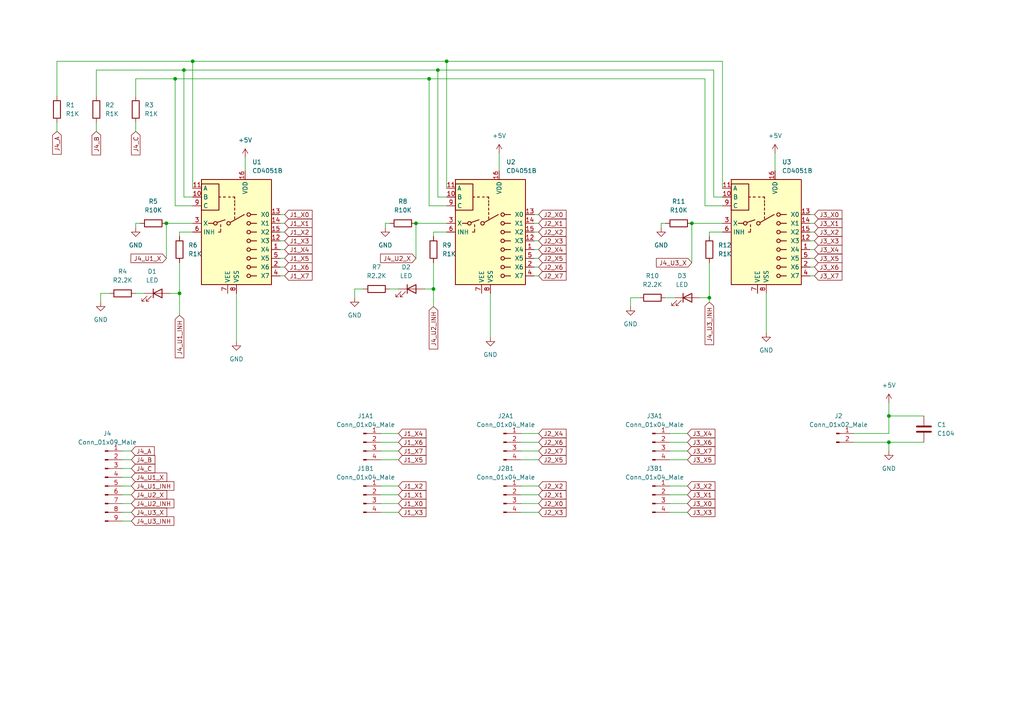
<source format=kicad_sch>
(kicad_sch (version 20211123) (generator eeschema)
  (paper "A4")
  (lib_symbols
    (symbol "Analog_Switch:CD4051B"
      (property "Reference" "U" (at -10.16 16.51 0))
      (property "Value" "CD4051B" (at 3.81 16.51 0))
      (symbol "CD4051B_0_1"
        (rectangle (start -10.16 6.35) (end -5.08 13.97) (stroke (width 0.254)))
        (rectangle (start -10.16 15.24) (end 10.16 -15.24) (stroke (width 0.254)) (fill (type background)))
        (circle (center -6.096 2.54) (radius 0.508) (stroke (width 0.254)))
        (circle (center -2.286 2.54) (radius 0.508) (stroke (width 0.254)))
        (polyline (pts (xy -8.128 2.54) (xy -6.604 2.54)) (stroke (width 0.254)))
        (polyline (pts (xy -5.588 2.794) (xy -3.302 3.556)) (stroke (width 0.254)))
        (polyline (pts (xy -4.572 0) (xy -5.207 0)) (stroke (width 0.254)))
        (polyline (pts (xy -4.572 0.254) (xy -4.572 0.889)) (stroke (width 0.254)))
        (polyline (pts (xy -4.572 1.524) (xy -4.572 2.159)) (stroke (width 0.254)))
        (polyline (pts (xy -4.572 10.16) (xy -5.08 10.16)) (stroke (width 0.254)))
        (polyline (pts (xy -3.81 10.16) (xy -3.175 10.16)) (stroke (width 0.254)))
        (polyline (pts (xy -1.778 2.794) (xy 2.286 5.08)) (stroke (width 0.254)))
        (polyline (pts (xy -1.778 10.16) (xy -2.286 10.16)) (stroke (width 0.254)))
        (polyline (pts (xy -0.508 3.81) (xy -0.508 4.445)) (stroke (width 0.254)))
        (polyline (pts (xy -0.508 5.08) (xy -0.508 5.715)) (stroke (width 0.254)))
        (polyline (pts (xy -0.508 6.35) (xy -0.508 6.985)) (stroke (width 0.254)))
        (polyline (pts (xy -0.508 7.62) (xy -0.508 8.255)) (stroke (width 0.254)))
        (polyline (pts (xy -0.508 8.636) (xy -0.508 9.144)) (stroke (width 0.254)))
        (polyline (pts (xy -0.508 9.652) (xy -0.508 10.16)) (stroke (width 0.254)))
        (polyline (pts (xy -0.508 10.16) (xy -1.016 10.16)) (stroke (width 0.254)))
        (polyline (pts (xy 4.064 -12.7) (xy 5.842 -12.7)) (stroke (width 0.254)))
        (polyline (pts (xy 4.064 -10.16) (xy 5.842 -10.16)) (stroke (width 0.254)))
        (polyline (pts (xy 4.064 -7.62) (xy 5.842 -7.62)) (stroke (width 0.254)))
        (polyline (pts (xy 4.064 -5.08) (xy 5.842 -5.08)) (stroke (width 0.254)))
        (polyline (pts (xy 4.064 -2.54) (xy 5.842 -2.54)) (stroke (width 0.254)))
        (polyline (pts (xy 4.064 0) (xy 5.842 0)) (stroke (width 0.254)))
        (polyline (pts (xy 4.064 2.54) (xy 5.842 2.54)) (stroke (width 0.254)))
        (polyline (pts (xy 4.064 5.08) (xy 5.842 5.08)) (stroke (width 0.254)))
        (circle (center 3.556 -12.7) (radius 0.508) (stroke (width 0.254)))
        (circle (center 3.556 -10.16) (radius 0.508) (stroke (width 0.254)))
        (circle (center 3.556 -7.62) (radius 0.508) (stroke (width 0.254)))
        (circle (center 3.556 -5.08) (radius 0.508) (stroke (width 0.254)))
        (circle (center 3.556 -2.54) (radius 0.508) (stroke (width 0.254)))
        (circle (center 3.556 0) (radius 0.508) (stroke (width 0.254)))
        (circle (center 3.556 2.54) (radius 0.508) (stroke (width 0.254)))
        (circle (center 3.556 5.08) (radius 0.508) (stroke (width 0.254)))
      )
      (symbol "CD4051B_1_1"
        (pin bidirectional line (at 12.7 -5.08 180) (length 2.54) (name "X4") (number "1"))
        (pin input line (at -12.7 10.16 0) (length 2.54) (name "B") (number "10"))
        (pin input line (at -12.7 12.7 0) (length 2.54) (name "A") (number "11"))
        (pin bidirectional line (at 12.7 -2.54 180) (length 2.54) (name "X3") (number "12"))
        (pin bidirectional line (at 12.7 5.08 180) (length 2.54) (name "X0") (number "13"))
        (pin bidirectional line (at 12.7 2.54 180) (length 2.54) (name "X1") (number "14"))
        (pin bidirectional line (at 12.7 0 180) (length 2.54) (name "X2") (number "15"))
        (pin power_in line (at 2.54 17.78 270) (length 2.54) (name "VDD") (number "16"))
        (pin bidirectional line (at 12.7 -10.16 180) (length 2.54) (name "X6") (number "2"))
        (pin bidirectional line (at -12.7 2.54 0) (length 2.54) (name "X") (number "3"))
        (pin bidirectional line (at 12.7 -12.7 180) (length 2.54) (name "X7") (number "4"))
        (pin bidirectional line (at 12.7 -7.62 180) (length 2.54) (name "X5") (number "5"))
        (pin input line (at -12.7 0 0) (length 2.54) (name "INH") (number "6"))
        (pin power_in line (at -2.54 -17.78 90) (length 2.54) (name "VEE") (number "7"))
        (pin power_in line (at 0 -17.78 90) (length 2.54) (name "VSS") (number "8"))
        (pin input line (at -12.7 7.62 0) (length 2.54) (name "C") (number "9"))
      )
    )
    (symbol "Connector:Conn_01x02_Male" (pin_names (offset 1.016) hide)
      (property "Reference" "J" (at 0 2.54 0))
      (property "Value" "Conn_01x02_Male" (at 0 -5.08 0))
      (symbol "Conn_01x02_Male_1_1"
        (polyline (pts (xy 1.27 -2.54) (xy 0.8636 -2.54)) (stroke (width 0.1524)))
        (polyline (pts (xy 1.27 0) (xy 0.8636 0)) (stroke (width 0.1524)))
        (rectangle (start 0.8636 -2.413) (end 0 -2.667) (stroke (width 0.1524)) (fill (type outline)))
        (rectangle (start 0.8636 0.127) (end 0 -0.127) (stroke (width 0.1524)) (fill (type outline)))
        (pin passive line (at 5.08 0 180) (length 3.81) (name "Pin_1") (number "1"))
        (pin passive line (at 5.08 -2.54 180) (length 3.81) (name "Pin_2") (number "2"))
      )
    )
    (symbol "Connector:Conn_01x04_Male" (pin_names (offset 1.016) hide)
      (property "Reference" "J" (at 0 5.08 0))
      (property "Value" "Conn_01x04_Male" (at 0 -7.62 0))
      (symbol "Conn_01x04_Male_1_1"
        (polyline (pts (xy 1.27 -5.08) (xy 0.8636 -5.08)) (stroke (width 0.1524)))
        (polyline (pts (xy 1.27 -2.54) (xy 0.8636 -2.54)) (stroke (width 0.1524)))
        (polyline (pts (xy 1.27 0) (xy 0.8636 0)) (stroke (width 0.1524)))
        (polyline (pts (xy 1.27 2.54) (xy 0.8636 2.54)) (stroke (width 0.1524)))
        (rectangle (start 0.8636 -4.953) (end 0 -5.207) (stroke (width 0.1524)) (fill (type outline)))
        (rectangle (start 0.8636 -2.413) (end 0 -2.667) (stroke (width 0.1524)) (fill (type outline)))
        (rectangle (start 0.8636 0.127) (end 0 -0.127) (stroke (width 0.1524)) (fill (type outline)))
        (rectangle (start 0.8636 2.667) (end 0 2.413) (stroke (width 0.1524)) (fill (type outline)))
        (pin passive line (at 5.08 2.54 180) (length 3.81) (name "Pin_1") (number "1"))
        (pin passive line (at 5.08 0 180) (length 3.81) (name "Pin_2") (number "2"))
        (pin passive line (at 5.08 -2.54 180) (length 3.81) (name "Pin_3") (number "3"))
        (pin passive line (at 5.08 -5.08 180) (length 3.81) (name "Pin_4") (number "4"))
      )
    )
    (symbol "Connector:Conn_01x09_Male" (pin_names (offset 1.016) hide)
      (property "Reference" "J" (at 0 12.7 0))
      (property "Value" "Conn_01x09_Male" (at 0 -12.7 0))
      (symbol "Conn_01x09_Male_1_1"
        (polyline (pts (xy 1.27 -10.16) (xy 0.8636 -10.16)) (stroke (width 0.1524)))
        (polyline (pts (xy 1.27 -7.62) (xy 0.8636 -7.62)) (stroke (width 0.1524)))
        (polyline (pts (xy 1.27 -5.08) (xy 0.8636 -5.08)) (stroke (width 0.1524)))
        (polyline (pts (xy 1.27 -2.54) (xy 0.8636 -2.54)) (stroke (width 0.1524)))
        (polyline (pts (xy 1.27 0) (xy 0.8636 0)) (stroke (width 0.1524)))
        (polyline (pts (xy 1.27 2.54) (xy 0.8636 2.54)) (stroke (width 0.1524)))
        (polyline (pts (xy 1.27 5.08) (xy 0.8636 5.08)) (stroke (width 0.1524)))
        (polyline (pts (xy 1.27 7.62) (xy 0.8636 7.62)) (stroke (width 0.1524)))
        (polyline (pts (xy 1.27 10.16) (xy 0.8636 10.16)) (stroke (width 0.1524)))
        (rectangle (start 0.8636 -10.033) (end 0 -10.287) (stroke (width 0.1524)) (fill (type outline)))
        (rectangle (start 0.8636 -7.493) (end 0 -7.747) (stroke (width 0.1524)) (fill (type outline)))
        (rectangle (start 0.8636 -4.953) (end 0 -5.207) (stroke (width 0.1524)) (fill (type outline)))
        (rectangle (start 0.8636 -2.413) (end 0 -2.667) (stroke (width 0.1524)) (fill (type outline)))
        (rectangle (start 0.8636 0.127) (end 0 -0.127) (stroke (width 0.1524)) (fill (type outline)))
        (rectangle (start 0.8636 2.667) (end 0 2.413) (stroke (width 0.1524)) (fill (type outline)))
        (rectangle (start 0.8636 5.207) (end 0 4.953) (stroke (width 0.1524)) (fill (type outline)))
        (rectangle (start 0.8636 7.747) (end 0 7.493) (stroke (width 0.1524)) (fill (type outline)))
        (rectangle (start 0.8636 10.287) (end 0 10.033) (stroke (width 0.1524)) (fill (type outline)))
        (pin passive line (at 5.08 10.16 180) (length 3.81) (name "Pin_1") (number "1"))
        (pin passive line (at 5.08 7.62 180) (length 3.81) (name "Pin_2") (number "2"))
        (pin passive line (at 5.08 5.08 180) (length 3.81) (name "Pin_3") (number "3"))
        (pin passive line (at 5.08 2.54 180) (length 3.81) (name "Pin_4") (number "4"))
        (pin passive line (at 5.08 0 180) (length 3.81) (name "Pin_5") (number "5"))
        (pin passive line (at 5.08 -2.54 180) (length 3.81) (name "Pin_6") (number "6"))
        (pin passive line (at 5.08 -5.08 180) (length 3.81) (name "Pin_7") (number "7"))
        (pin passive line (at 5.08 -7.62 180) (length 3.81) (name "Pin_8") (number "8"))
        (pin passive line (at 5.08 -10.16 180) (length 3.81) (name "Pin_9") (number "9"))
      )
    )
    (symbol "Device:C" (pin_numbers hide) (pin_names (offset 0.254))
      (property "Reference" "C" (at 0.635 2.54 0))
      (property "Value" "C" (at 0.635 -2.54 0))
      (symbol "C_0_1"
        (polyline (pts (xy -2.032 -0.762) (xy 2.032 -0.762)) (stroke (width 0.508)))
        (polyline (pts (xy -2.032 0.762) (xy 2.032 0.762)) (stroke (width 0.508)))
      )
      (symbol "C_1_1"
        (pin passive line (at 0 3.81 270) (length 2.794) (name "~") (number "1"))
        (pin passive line (at 0 -3.81 90) (length 2.794) (name "~") (number "2"))
      )
    )
    (symbol "Device:LED" (pin_numbers hide) (pin_names (offset 1.016) hide)
      (property "Reference" "D" (at 0 2.54 0))
      (property "Value" "LED" (at 0 -2.54 0))
      (symbol "LED_0_1"
        (polyline (pts (xy -1.27 -1.27) (xy -1.27 1.27)) (stroke (width 0.254)))
        (polyline (pts (xy -1.27 0) (xy 1.27 0)))
        (polyline (pts (xy 1.27 -1.27) (xy 1.27 1.27) (xy -1.27 0) (xy 1.27 -1.27)) (stroke (width 0.254)))
        (polyline (pts (xy -3.048 -0.762) (xy -4.572 -2.286) (xy -3.81 -2.286) (xy -4.572 -2.286) (xy -4.572 -1.524)))
        (polyline (pts (xy -1.778 -0.762) (xy -3.302 -2.286) (xy -2.54 -2.286) (xy -3.302 -2.286) (xy -3.302 -1.524)))
      )
      (symbol "LED_1_1"
        (pin passive line (at -3.81 0 0) (length 2.54) (name "K") (number "1"))
        (pin passive line (at 3.81 0 180) (length 2.54) (name "A") (number "2"))
      )
    )
    (symbol "Device:R" (pin_numbers hide) (pin_names (offset 0))
      (property "Reference" "R" (at 2.032 0 90))
      (property "Value" "R" (at 0 0 90))
      (symbol "R_0_1"
        (rectangle (start -1.016 -2.54) (end 1.016 2.54) (stroke (width 0.254)))
      )
      (symbol "R_1_1"
        (pin passive line (at 0 3.81 270) (length 1.27) (name "~") (number "1"))
        (pin passive line (at 0 -3.81 90) (length 1.27) (name "~") (number "2"))
      )
    )
    (symbol "power:+5V" (power) (pin_names (offset 0))
      (property "Value" "+5V" (at 0 3.556 0))
      (symbol "+5V_0_1"
        (polyline (pts (xy -0.762 1.27) (xy 0 2.54)))
        (polyline (pts (xy 0 0) (xy 0 2.54)))
        (polyline (pts (xy 0 2.54) (xy 0.762 1.27)))
      )
      (symbol "+5V_1_1"
        (pin power_in line (at 0 0 90) (length 0) hide (name "+5V") (number "1"))
      )
    )
    (symbol "power:GND" (power) (pin_names (offset 0))
      (property "Value" "GND" (at 0 -3.81 0))
      (symbol "GND_0_1"
        (polyline (pts (xy 0 0) (xy 0 -1.27) (xy 1.27 -1.27) (xy 0 -2.54) (xy -1.27 -1.27) (xy 0 -1.27)))
      )
      (symbol "GND_1_1"
        (pin power_in line (at 0 0 270) (length 0) hide (name "GND") (number "1"))
      )
    )
  )
  (junction (at 53.34 20.32))
  (junction (at 120.65 64.77))
  (junction (at 129.54 17.78))
  (junction (at 205.74 86.36))
  (junction (at 55.88 17.78))
  (junction (at 257.81 128.27))
  (junction (at 124.46 22.86))
  (junction (at 200.66 64.77))
  (junction (at 48.26 64.77))
  (junction (at 257.81 120.65))
  (junction (at 52.07 85.09))
  (junction (at 50.8 22.86))
  (junction (at 125.73 83.82))
  (junction (at 127 20.32))
  (wire (pts (xy 257.81 120.65) (xy 257.81 116.84)))
  (wire (pts (xy 123.19 83.82) (xy 125.73 83.82)))
  (wire (pts (xy 234.95 72.39) (xy 236.22 72.39)))
  (wire (pts (xy 194.31 146.05) (xy 199.39 146.05)))
  (wire (pts (xy 156.21 72.39) (xy 154.94 72.39)))
  (wire (pts (xy 50.8 22.86) (xy 39.37 22.86)))
  (wire (pts (xy 102.87 83.82) (xy 105.41 83.82)))
  (wire (pts (xy 204.47 59.69) (xy 204.47 22.86)))
  (wire (pts (xy 35.56 148.59) (xy 38.1 148.59)))
  (wire (pts (xy 48.26 64.77) (xy 48.26 74.93)))
  (wire (pts (xy 194.31 125.73) (xy 199.39 125.73)))
  (wire (pts (xy 82.55 69.85) (xy 81.28 69.85)))
  (wire (pts (xy 82.55 77.47) (xy 81.28 77.47)))
  (wire (pts (xy 194.31 143.51) (xy 199.39 143.51)))
  (wire (pts (xy 110.49 125.73) (xy 115.57 125.73)))
  (wire (pts (xy 102.87 86.36) (xy 102.87 83.82)))
  (wire (pts (xy 156.21 69.85) (xy 154.94 69.85)))
  (wire (pts (xy 129.54 57.15) (xy 127 57.15)))
  (wire (pts (xy 35.56 138.43) (xy 38.1 138.43)))
  (wire (pts (xy 55.88 54.61) (xy 55.88 17.78)))
  (wire (pts (xy 55.88 17.78) (xy 16.51 17.78)))
  (wire (pts (xy 110.49 130.81) (xy 115.57 130.81)))
  (wire (pts (xy 247.65 125.73) (xy 257.81 125.73)))
  (wire (pts (xy 16.51 17.78) (xy 16.51 27.94)))
  (wire (pts (xy 234.95 80.01) (xy 236.22 80.01)))
  (wire (pts (xy 234.95 62.23) (xy 236.22 62.23)))
  (wire (pts (xy 151.13 146.05) (xy 156.21 146.05)))
  (wire (pts (xy 35.56 143.51) (xy 38.1 143.51)))
  (wire (pts (xy 39.37 85.09) (xy 41.91 85.09)))
  (wire (pts (xy 234.95 69.85) (xy 236.22 69.85)))
  (wire (pts (xy 185.42 86.36) (xy 182.88 86.36)))
  (wire (pts (xy 182.88 86.36) (xy 182.88 88.9)))
  (wire (pts (xy 111.76 64.77) (xy 113.03 64.77)))
  (wire (pts (xy 124.46 22.86) (xy 50.8 22.86)))
  (wire (pts (xy 257.81 128.27) (xy 267.97 128.27)))
  (wire (pts (xy 82.55 64.77) (xy 81.28 64.77)))
  (wire (pts (xy 35.56 146.05) (xy 38.1 146.05)))
  (wire (pts (xy 127 20.32) (xy 53.34 20.32)))
  (wire (pts (xy 39.37 64.77) (xy 40.64 64.77)))
  (wire (pts (xy 16.51 35.56) (xy 16.51 38.1)))
  (wire (pts (xy 247.65 128.27) (xy 257.81 128.27)))
  (wire (pts (xy 52.07 67.31) (xy 55.88 67.31)))
  (wire (pts (xy 48.26 64.77) (xy 55.88 64.77)))
  (wire (pts (xy 151.13 130.81) (xy 156.21 130.81)))
  (wire (pts (xy 234.95 74.93) (xy 236.22 74.93)))
  (wire (pts (xy 52.07 76.2) (xy 52.07 85.09)))
  (wire (pts (xy 129.54 17.78) (xy 55.88 17.78)))
  (wire (pts (xy 205.74 76.2) (xy 205.74 86.36)))
  (wire (pts (xy 205.74 86.36) (xy 205.74 87.63)))
  (wire (pts (xy 82.55 74.93) (xy 81.28 74.93)))
  (wire (pts (xy 209.55 59.69) (xy 204.47 59.69)))
  (wire (pts (xy 129.54 67.31) (xy 125.73 67.31)))
  (wire (pts (xy 194.31 140.97) (xy 199.39 140.97)))
  (wire (pts (xy 194.31 130.81) (xy 199.39 130.81)))
  (wire (pts (xy 81.28 62.23) (xy 82.55 62.23)))
  (wire (pts (xy 156.21 67.31) (xy 154.94 67.31)))
  (wire (pts (xy 156.21 80.01) (xy 154.94 80.01)))
  (wire (pts (xy 209.55 17.78) (xy 129.54 17.78)))
  (wire (pts (xy 151.13 125.73) (xy 156.21 125.73)))
  (wire (pts (xy 31.75 85.09) (xy 29.21 85.09)))
  (wire (pts (xy 39.37 22.86) (xy 39.37 27.94)))
  (wire (pts (xy 156.21 62.23) (xy 154.94 62.23)))
  (wire (pts (xy 124.46 59.69) (xy 124.46 22.86)))
  (wire (pts (xy 110.49 143.51) (xy 115.57 143.51)))
  (wire (pts (xy 110.49 146.05) (xy 115.57 146.05)))
  (wire (pts (xy 55.88 59.69) (xy 50.8 59.69)))
  (wire (pts (xy 35.56 130.81) (xy 38.1 130.81)))
  (wire (pts (xy 39.37 35.56) (xy 39.37 38.1)))
  (wire (pts (xy 191.77 64.77) (xy 193.04 64.77)))
  (wire (pts (xy 257.81 120.65) (xy 267.97 120.65)))
  (wire (pts (xy 52.07 85.09) (xy 52.07 91.44)))
  (wire (pts (xy 71.12 45.72) (xy 71.12 49.53)))
  (wire (pts (xy 151.13 143.51) (xy 156.21 143.51)))
  (wire (pts (xy 127 57.15) (xy 127 20.32)))
  (wire (pts (xy 39.37 66.04) (xy 39.37 64.77)))
  (wire (pts (xy 234.95 64.77) (xy 236.22 64.77)))
  (wire (pts (xy 125.73 76.2) (xy 125.73 83.82)))
  (wire (pts (xy 55.88 57.15) (xy 53.34 57.15)))
  (wire (pts (xy 200.66 64.77) (xy 209.55 64.77)))
  (wire (pts (xy 110.49 128.27) (xy 115.57 128.27)))
  (wire (pts (xy 142.24 85.09) (xy 142.24 97.79)))
  (wire (pts (xy 27.94 35.56) (xy 27.94 38.1)))
  (wire (pts (xy 203.2 86.36) (xy 205.74 86.36)))
  (wire (pts (xy 151.13 128.27) (xy 156.21 128.27)))
  (wire (pts (xy 81.28 67.31) (xy 82.55 67.31)))
  (wire (pts (xy 110.49 133.35) (xy 115.57 133.35)))
  (wire (pts (xy 35.56 135.89) (xy 38.1 135.89)))
  (wire (pts (xy 111.76 66.04) (xy 111.76 64.77)))
  (wire (pts (xy 222.25 85.09) (xy 222.25 96.52)))
  (wire (pts (xy 204.47 22.86) (xy 124.46 22.86)))
  (wire (pts (xy 35.56 151.13) (xy 38.1 151.13)))
  (wire (pts (xy 200.66 64.77) (xy 200.66 76.2)))
  (wire (pts (xy 151.13 140.97) (xy 156.21 140.97)))
  (wire (pts (xy 82.55 80.01) (xy 81.28 80.01)))
  (wire (pts (xy 156.21 74.93) (xy 154.94 74.93)))
  (wire (pts (xy 151.13 148.59) (xy 156.21 148.59)))
  (wire (pts (xy 68.58 85.09) (xy 68.58 99.06)))
  (wire (pts (xy 52.07 67.31) (xy 52.07 68.58)))
  (wire (pts (xy 209.55 57.15) (xy 207.01 57.15)))
  (wire (pts (xy 207.01 20.32) (xy 127 20.32)))
  (wire (pts (xy 205.74 67.31) (xy 205.74 68.58)))
  (wire (pts (xy 209.55 54.61) (xy 209.55 17.78)))
  (wire (pts (xy 194.31 128.27) (xy 199.39 128.27)))
  (wire (pts (xy 110.49 148.59) (xy 115.57 148.59)))
  (wire (pts (xy 151.13 133.35) (xy 156.21 133.35)))
  (wire (pts (xy 27.94 20.32) (xy 27.94 27.94)))
  (wire (pts (xy 257.81 128.27) (xy 257.81 130.81)))
  (wire (pts (xy 209.55 67.31) (xy 205.74 67.31)))
  (wire (pts (xy 234.95 77.47) (xy 236.22 77.47)))
  (wire (pts (xy 191.77 66.04) (xy 191.77 64.77)))
  (wire (pts (xy 35.56 133.35) (xy 38.1 133.35)))
  (wire (pts (xy 257.81 125.73) (xy 257.81 120.65)))
  (wire (pts (xy 125.73 83.82) (xy 125.73 88.9)))
  (wire (pts (xy 120.65 64.77) (xy 129.54 64.77)))
  (wire (pts (xy 156.21 77.47) (xy 154.94 77.47)))
  (wire (pts (xy 193.04 86.36) (xy 195.58 86.36)))
  (wire (pts (xy 234.95 67.31) (xy 236.22 67.31)))
  (wire (pts (xy 53.34 57.15) (xy 53.34 20.32)))
  (wire (pts (xy 207.01 57.15) (xy 207.01 20.32)))
  (wire (pts (xy 129.54 54.61) (xy 129.54 17.78)))
  (wire (pts (xy 156.21 64.77) (xy 154.94 64.77)))
  (wire (pts (xy 49.53 85.09) (xy 52.07 85.09)))
  (wire (pts (xy 194.31 133.35) (xy 199.39 133.35)))
  (wire (pts (xy 120.65 64.77) (xy 120.65 74.93)))
  (wire (pts (xy 194.31 148.59) (xy 199.39 148.59)))
  (wire (pts (xy 129.54 59.69) (xy 124.46 59.69)))
  (wire (pts (xy 125.73 67.31) (xy 125.73 68.58)))
  (wire (pts (xy 110.49 140.97) (xy 115.57 140.97)))
  (wire (pts (xy 53.34 20.32) (xy 27.94 20.32)))
  (wire (pts (xy 29.21 85.09) (xy 29.21 87.63)))
  (wire (pts (xy 113.03 83.82) (xy 115.57 83.82)))
  (wire (pts (xy 82.55 72.39) (xy 81.28 72.39)))
  (wire (pts (xy 224.79 44.45) (xy 224.79 49.53)))
  (wire (pts (xy 144.78 44.45) (xy 144.78 49.53)))
  (wire (pts (xy 50.8 59.69) (xy 50.8 22.86)))
  (wire (pts (xy 35.56 140.97) (xy 38.1 140.97)))
  (global_label "J4_U1_INH" (shape input) (at 38.1 140.97 0) (property "Intersheet References" "${INTERSHEET_REFS}" (effects hide)))
  (global_label "J3_X7" (shape input) (at 236.22 80.01 0) (property "Intersheet References" "${INTERSHEET_REFS}" (effects hide)))
  (global_label "J1_X1" (shape input) (at 115.57 143.51 0) (property "Intersheet References" "${INTERSHEET_REFS}" (effects hide)))
  (global_label "J4_C" (shape input) (at 38.1 135.89 0) (property "Intersheet References" "${INTERSHEET_REFS}" (effects hide)))
  (global_label "J4_U1_X" (shape input) (at 38.1 138.43 0) (property "Intersheet References" "${INTERSHEET_REFS}" (effects hide)))
  (global_label "J1_X7" (shape input) (at 82.55 80.01 0) (property "Intersheet References" "${INTERSHEET_REFS}" (effects hide)))
  (global_label "J1_X7" (shape input) (at 115.57 130.81 0) (property "Intersheet References" "${INTERSHEET_REFS}" (effects hide)))
  (global_label "J1_X6" (shape input) (at 82.55 77.47 0) (property "Intersheet References" "${INTERSHEET_REFS}" (effects hide)))
  (global_label "J1_X0" (shape input) (at 82.55 62.23 0) (property "Intersheet References" "${INTERSHEET_REFS}" (effects hide)))
  (global_label "J3_X4" (shape input) (at 236.22 72.39 0) (property "Intersheet References" "${INTERSHEET_REFS}" (effects hide)))
  (global_label "J1_X3" (shape input) (at 115.57 148.59 0) (property "Intersheet References" "${INTERSHEET_REFS}" (effects hide)))
  (global_label "J4_B" (shape input) (at 38.1 133.35 0) (property "Intersheet References" "${INTERSHEET_REFS}" (effects hide)))
  (global_label "J1_X2" (shape input) (at 115.57 140.97 0) (property "Intersheet References" "${INTERSHEET_REFS}" (effects hide)))
  (global_label "J2_X5" (shape input) (at 156.21 74.93 0) (property "Intersheet References" "${INTERSHEET_REFS}" (effects hide)))
  (global_label "J3_X7" (shape input) (at 199.39 130.81 0) (property "Intersheet References" "${INTERSHEET_REFS}" (effects hide)))
  (global_label "J2_X0" (shape input) (at 156.21 146.05 0) (property "Intersheet References" "${INTERSHEET_REFS}" (effects hide)))
  (global_label "J4_U2_INH" (shape input) (at 125.73 88.9 270) (property "Intersheet References" "${INTERSHEET_REFS}" (effects hide)))
  (global_label "J3_X3" (shape input) (at 236.22 69.85 0) (property "Intersheet References" "${INTERSHEET_REFS}" (effects hide)))
  (global_label "J2_X1" (shape input) (at 156.21 64.77 0) (property "Intersheet References" "${INTERSHEET_REFS}" (effects hide)))
  (global_label "J4_A" (shape input) (at 16.51 38.1 270) (property "Intersheet References" "${INTERSHEET_REFS}" (effects hide)))
  (global_label "J3_X5" (shape input) (at 236.22 74.93 0) (property "Intersheet References" "${INTERSHEET_REFS}" (effects hide)))
  (global_label "J4_U2_X" (shape input) (at 120.65 74.93 180) (property "Intersheet References" "${INTERSHEET_REFS}" (effects hide)))
  (global_label "J4_U3_INH" (shape input) (at 38.1 151.13 0) (property "Intersheet References" "${INTERSHEET_REFS}" (effects hide)))
  (global_label "J3_X1" (shape input) (at 236.22 64.77 0) (property "Intersheet References" "${INTERSHEET_REFS}" (effects hide)))
  (global_label "J1_X0" (shape input) (at 115.57 146.05 0) (property "Intersheet References" "${INTERSHEET_REFS}" (effects hide)))
  (global_label "J2_X6" (shape input) (at 156.21 128.27 0) (property "Intersheet References" "${INTERSHEET_REFS}" (effects hide)))
  (global_label "J2_X7" (shape input) (at 156.21 80.01 0) (property "Intersheet References" "${INTERSHEET_REFS}" (effects hide)))
  (global_label "J3_X6" (shape input) (at 236.22 77.47 0) (property "Intersheet References" "${INTERSHEET_REFS}" (effects hide)))
  (global_label "J2_X2" (shape input) (at 156.21 67.31 0) (property "Intersheet References" "${INTERSHEET_REFS}" (effects hide)))
  (global_label "J3_X3" (shape input) (at 199.39 148.59 0) (property "Intersheet References" "${INTERSHEET_REFS}" (effects hide)))
  (global_label "J3_X4" (shape input) (at 199.39 125.73 0) (property "Intersheet References" "${INTERSHEET_REFS}" (effects hide)))
  (global_label "J3_X6" (shape input) (at 199.39 128.27 0) (property "Intersheet References" "${INTERSHEET_REFS}" (effects hide)))
  (global_label "J3_X2" (shape input) (at 199.39 140.97 0) (property "Intersheet References" "${INTERSHEET_REFS}" (effects hide)))
  (global_label "J2_X3" (shape input) (at 156.21 148.59 0) (property "Intersheet References" "${INTERSHEET_REFS}" (effects hide)))
  (global_label "J2_X5" (shape input) (at 156.21 133.35 0) (property "Intersheet References" "${INTERSHEET_REFS}" (effects hide)))
  (global_label "J1_X4" (shape input) (at 115.57 125.73 0) (property "Intersheet References" "${INTERSHEET_REFS}" (effects hide)))
  (global_label "J4_U2_X" (shape input) (at 38.1 143.51 0) (property "Intersheet References" "${INTERSHEET_REFS}" (effects hide)))
  (global_label "J4_U1_X" (shape input) (at 48.26 74.93 180) (property "Intersheet References" "${INTERSHEET_REFS}" (effects hide)))
  (global_label "J1_X5" (shape input) (at 115.57 133.35 0) (property "Intersheet References" "${INTERSHEET_REFS}" (effects hide)))
  (global_label "J4_U3_X" (shape input) (at 200.66 76.2 180) (property "Intersheet References" "${INTERSHEET_REFS}" (effects hide)))
  (global_label "J2_X6" (shape input) (at 156.21 77.47 0) (property "Intersheet References" "${INTERSHEET_REFS}" (effects hide)))
  (global_label "J3_X1" (shape input) (at 199.39 143.51 0) (property "Intersheet References" "${INTERSHEET_REFS}" (effects hide)))
  (global_label "J1_X1" (shape input) (at 82.55 64.77 0) (property "Intersheet References" "${INTERSHEET_REFS}" (effects hide)))
  (global_label "J4_U2_INH" (shape input) (at 38.1 146.05 0) (property "Intersheet References" "${INTERSHEET_REFS}" (effects hide)))
  (global_label "J4_U3_X" (shape input) (at 38.1 148.59 0) (property "Intersheet References" "${INTERSHEET_REFS}" (effects hide)))
  (global_label "J2_X0" (shape input) (at 156.21 62.23 0) (property "Intersheet References" "${INTERSHEET_REFS}" (effects hide)))
  (global_label "J1_X5" (shape input) (at 82.55 74.93 0) (property "Intersheet References" "${INTERSHEET_REFS}" (effects hide)))
  (global_label "J2_X3" (shape input) (at 156.21 69.85 0) (property "Intersheet References" "${INTERSHEET_REFS}" (effects hide)))
  (global_label "J1_X4" (shape input) (at 82.55 72.39 0) (property "Intersheet References" "${INTERSHEET_REFS}" (effects hide)))
  (global_label "J4_U1_INH" (shape input) (at 52.07 91.44 270) (property "Intersheet References" "${INTERSHEET_REFS}" (effects hide)))
  (global_label "J3_X0" (shape input) (at 236.22 62.23 0) (property "Intersheet References" "${INTERSHEET_REFS}" (effects hide)))
  (global_label "J4_B" (shape input) (at 27.94 38.1 270) (property "Intersheet References" "${INTERSHEET_REFS}" (effects hide)))
  (global_label "J3_X0" (shape input) (at 199.39 146.05 0) (property "Intersheet References" "${INTERSHEET_REFS}" (effects hide)))
  (global_label "J3_X5" (shape input) (at 199.39 133.35 0) (property "Intersheet References" "${INTERSHEET_REFS}" (effects hide)))
  (global_label "J2_X2" (shape input) (at 156.21 140.97 0) (property "Intersheet References" "${INTERSHEET_REFS}" (effects hide)))
  (global_label "J2_X4" (shape input) (at 156.21 125.73 0) (property "Intersheet References" "${INTERSHEET_REFS}" (effects hide)))
  (global_label "J2_X1" (shape input) (at 156.21 143.51 0) (property "Intersheet References" "${INTERSHEET_REFS}" (effects hide)))
  (global_label "J2_X7" (shape input) (at 156.21 130.81 0) (property "Intersheet References" "${INTERSHEET_REFS}" (effects hide)))
  (global_label "J2_X4" (shape input) (at 156.21 72.39 0) (property "Intersheet References" "${INTERSHEET_REFS}" (effects hide)))
  (global_label "J1_X6" (shape input) (at 115.57 128.27 0) (property "Intersheet References" "${INTERSHEET_REFS}" (effects hide)))
  (global_label "J4_A" (shape input) (at 38.1 130.81 0) (property "Intersheet References" "${INTERSHEET_REFS}" (effects hide)))
  (global_label "J1_X2" (shape input) (at 82.55 67.31 0) (property "Intersheet References" "${INTERSHEET_REFS}" (effects hide)))
  (global_label "J4_U3_INH" (shape input) (at 205.74 87.63 270) (property "Intersheet References" "${INTERSHEET_REFS}" (effects hide)))
  (global_label "J3_X2" (shape input) (at 236.22 67.31 0) (property "Intersheet References" "${INTERSHEET_REFS}" (effects hide)))
  (global_label "J4_C" (shape input) (at 39.37 38.1 270) (property "Intersheet References" "${INTERSHEET_REFS}" (effects hide)))
  (global_label "J1_X3" (shape input) (at 82.55 69.85 0) (property "Intersheet References" "${INTERSHEET_REFS}" (effects hide)))
  (symbol (lib_id "power:+5V") (at 224.79 44.45 0) (unit 1)
    (property "Reference" "#PWR012" (effects hide))
    (property "Value" "+5V" (at 224.79 39.37 0))
  )
  (symbol (lib_id "Connector:Conn_01x04_Male") (at 105.41 143.51 0) (unit 1)
    (property "Reference" "J1B1" (at 106.045 135.89 0))
    (property "Value" "Conn_01x04_Male" (at 106.045 138.43 0))
    (property "Footprint" "Connector_PinHeader_2.54mm:PinHeader_1x04_P2.54mm_Vertical" (effects hide))
  )
  (symbol (lib_id "power:GND") (at 102.87 86.36 0) (unit 1)
    (property "Reference" "#PWR05" (effects hide))
    (property "Value" "GND" (at 102.87 91.44 0))
  )
  (symbol (lib_id "power:GND") (at 68.58 99.06 0) (unit 1)
    (property "Reference" "#PWR03" (effects hide))
    (property "Value" "GND" (at 68.58 104.14 0))
  )
  (symbol (lib_id "Connector:Conn_01x09_Male") (at 30.48 140.97 0) (unit 1)
    (property "Reference" "J4" (at 31.115 125.73 0))
    (property "Value" "Conn_01x09_Male" (at 31.115 128.27 0))
    (property "Footprint" "Connector_PinHeader_2.54mm:PinHeader_1x09_P2.54mm_Vertical" (effects hide))
  )
  (symbol (lib_id "power:GND") (at 182.88 88.9 0) (unit 1)
    (property "Reference" "#PWR09" (effects hide))
    (property "Value" "GND" (at 182.88 93.98 0))
  )
  (symbol (lib_id "Analog_Switch:CD4051B") (at 68.58 67.31 0) (unit 1)
    (property "Reference" "U1" (at 73.1394 46.99 0) (effects (justify left)))
    (property "Value" "CD4051B" (at 73.1394 49.53 0) (effects (justify left)))
    (property "Footprint" "Package_DIP:DIP-16_W7.62mm_Socket_LongPads" (effects hide))
    (property "Datasheet" "http://www.ti.com/lit/ds/symlink/cd4052b.pdf" (effects hide))
  )
  (symbol (lib_id "Device:R") (at 16.51 31.75 180) (unit 1)
    (property "Reference" "R1" (at 19.05 30.4799 0) (effects (justify right)))
    (property "Value" "R1K" (at 19.05 33.0199 0) (effects (justify right)))
    (property "Footprint" "Resistor_THT:R_Axial_DIN0207_L6.3mm_D2.5mm_P10.16mm_Horizontal" (effects hide))
  )
  (symbol (lib_id "Device:R") (at 125.73 72.39 180) (unit 1)
    (property "Reference" "R9" (at 128.27 71.1199 0) (effects (justify right)))
    (property "Value" "R1K" (at 128.27 73.6599 0) (effects (justify right)))
    (property "Footprint" "Resistor_THT:R_Axial_DIN0207_L6.3mm_D2.5mm_P10.16mm_Horizontal" (effects hide))
  )
  (symbol (lib_id "Connector:Conn_01x04_Male") (at 189.23 128.27 0) (unit 1)
    (property "Reference" "J3A1" (at 189.865 120.65 0))
    (property "Value" "Conn_01x04_Male" (at 189.865 123.19 0))
    (property "Footprint" "Connector_PinHeader_2.54mm:PinHeader_1x04_P2.54mm_Vertical" (effects hide))
  )
  (symbol (lib_id "Device:R") (at 196.85 64.77 90) (unit 1)
    (property "Reference" "R11" (at 196.85 58.42 90))
    (property "Value" "R10K" (at 196.85 60.96 90))
    (property "Footprint" "Resistor_THT:R_Axial_DIN0207_L6.3mm_D2.5mm_P10.16mm_Horizontal" (effects hide))
  )
  (symbol (lib_id "Device:R") (at 27.94 31.75 180) (unit 1)
    (property "Reference" "R2" (at 30.48 30.4799 0) (effects (justify right)))
    (property "Value" "R1K" (at 30.48 33.0199 0) (effects (justify right)))
    (property "Footprint" "Resistor_THT:R_Axial_DIN0207_L6.3mm_D2.5mm_P10.16mm_Horizontal" (effects hide))
  )
  (symbol (lib_id "Device:R") (at 205.74 72.39 180) (unit 1)
    (property "Reference" "R12" (at 208.28 71.1199 0) (effects (justify right)))
    (property "Value" "R1K" (at 208.28 73.6599 0) (effects (justify right)))
    (property "Footprint" "Resistor_THT:R_Axial_DIN0207_L6.3mm_D2.5mm_P10.16mm_Horizontal" (effects hide))
  )
  (symbol (lib_id "Device:LED") (at 119.38 83.82 0) (unit 1)
    (property "Reference" "D2" (at 117.7925 77.47 0))
    (property "Value" "LED" (at 117.7925 80.01 0))
    (property "Footprint" "LED_THT:LED_D5.0mm" (effects hide))
  )
  (symbol (lib_id "Device:C") (at 267.97 124.46 0) (unit 1)
    (property "Reference" "C1" (at 271.78 123.1899 0) (effects (justify left)))
    (property "Value" "C104" (at 271.78 125.7299 0) (effects (justify left)))
    (property "Footprint" "Capacitor_THT:C_Disc_D7.5mm_W4.4mm_P5.00mm" (effects hide))
  )
  (symbol (lib_id "power:GND") (at 142.24 97.79 0) (unit 1)
    (property "Reference" "#PWR07" (effects hide))
    (property "Value" "GND" (at 142.24 102.87 0))
  )
  (symbol (lib_id "power:+5V") (at 144.78 44.45 0) (unit 1)
    (property "Reference" "#PWR08" (effects hide))
    (property "Value" "+5V" (at 144.78 39.37 0))
  )
  (symbol (lib_id "Device:R") (at 52.07 72.39 180) (unit 1)
    (property "Reference" "R6" (at 54.61 71.1199 0) (effects (justify right)))
    (property "Value" "R1K" (at 54.61 73.6599 0) (effects (justify right)))
    (property "Footprint" "Resistor_THT:R_Axial_DIN0207_L6.3mm_D2.5mm_P10.16mm_Horizontal" (effects hide))
  )
  (symbol (lib_id "Device:R") (at 39.37 31.75 180) (unit 1)
    (property "Reference" "R3" (at 41.91 30.4799 0) (effects (justify right)))
    (property "Value" "R1K" (at 41.91 33.0199 0) (effects (justify right)))
    (property "Footprint" "Resistor_THT:R_Axial_DIN0207_L6.3mm_D2.5mm_P10.16mm_Horizontal" (effects hide))
  )
  (symbol (lib_id "power:GND") (at 39.37 66.04 0) (unit 1)
    (property "Reference" "#PWR02" (effects hide))
    (property "Value" "GND" (at 39.37 71.12 0))
  )
  (symbol (lib_id "power:GND") (at 191.77 66.04 0) (unit 1)
    (property "Reference" "#PWR010" (effects hide))
    (property "Value" "GND" (at 191.77 71.12 0))
  )
  (symbol (lib_id "Device:R") (at 116.84 64.77 90) (unit 1)
    (property "Reference" "R8" (at 116.84 58.42 90))
    (property "Value" "R10K" (at 116.84 60.96 90))
    (property "Footprint" "Resistor_THT:R_Axial_DIN0207_L6.3mm_D2.5mm_P10.16mm_Horizontal" (effects hide))
  )
  (symbol (lib_id "Analog_Switch:CD4051B") (at 142.24 67.31 0) (unit 1)
    (property "Reference" "U2" (at 146.7994 46.99 0) (effects (justify left)))
    (property "Value" "CD4051B" (at 146.7994 49.53 0) (effects (justify left)))
    (property "Footprint" "Package_DIP:DIP-16_W7.62mm_Socket_LongPads" (effects hide))
    (property "Datasheet" "http://www.ti.com/lit/ds/symlink/cd4052b.pdf" (effects hide))
  )
  (symbol (lib_id "power:GND") (at 111.76 66.04 0) (unit 1)
    (property "Reference" "#PWR06" (effects hide))
    (property "Value" "GND" (at 111.76 71.12 0))
  )
  (symbol (lib_id "Device:R") (at 44.45 64.77 90) (unit 1)
    (property "Reference" "R5" (at 44.45 58.42 90))
    (property "Value" "R10K" (at 44.45 60.96 90))
    (property "Footprint" "Resistor_THT:R_Axial_DIN0207_L6.3mm_D2.5mm_P10.16mm_Horizontal" (effects hide))
  )
  (symbol (lib_id "Connector:Conn_01x02_Male") (at 242.57 125.73 0) (unit 1)
    (property "Reference" "J2" (at 243.205 120.65 0))
    (property "Value" "Conn_01x02_Male" (at 243.205 123.19 0))
    (property "Footprint" "Connector_PinHeader_2.54mm:PinHeader_1x02_P2.54mm_Vertical" (effects hide))
  )
  (symbol (lib_id "power:GND") (at 29.21 87.63 0) (unit 1)
    (property "Reference" "#PWR01" (effects hide))
    (property "Value" "GND" (at 29.21 92.71 0))
  )
  (symbol (lib_id "power:GND") (at 222.25 96.52 0) (unit 1)
    (property "Reference" "#PWR011" (effects hide))
    (property "Value" "GND" (at 222.25 101.6 0))
  )
  (symbol (lib_id "power:+5V") (at 71.12 45.72 0) (unit 1)
    (property "Reference" "#PWR04" (effects hide))
    (property "Value" "+5V" (at 71.12 40.64 0))
  )
  (symbol (lib_id "Device:LED") (at 45.72 85.09 0) (unit 1)
    (property "Reference" "D1" (at 44.1325 78.74 0))
    (property "Value" "LED" (at 44.1325 81.28 0))
    (property "Footprint" "LED_THT:LED_D5.0mm" (effects hide))
  )
  (symbol (lib_id "Device:LED") (at 199.39 86.36 0) (unit 1)
    (property "Reference" "D3" (at 197.8025 80.01 0))
    (property "Value" "LED" (at 197.8025 82.55 0))
    (property "Footprint" "LED_THT:LED_D5.0mm" (effects hide))
  )
  (symbol (lib_id "Connector:Conn_01x04_Male") (at 189.23 143.51 0) (unit 1)
    (property "Reference" "J3B1" (at 189.865 135.89 0))
    (property "Value" "Conn_01x04_Male" (at 189.865 138.43 0))
    (property "Footprint" "Connector_PinHeader_2.54mm:PinHeader_1x04_P2.54mm_Vertical" (effects hide))
  )
  (symbol (lib_id "Analog_Switch:CD4051B") (at 222.25 67.31 0) (unit 1)
    (property "Reference" "U3" (at 226.8094 46.99 0) (effects (justify left)))
    (property "Value" "CD4051B" (at 226.8094 49.53 0) (effects (justify left)))
    (property "Footprint" "Package_DIP:DIP-16_W7.62mm_Socket_LongPads" (effects hide))
    (property "Datasheet" "http://www.ti.com/lit/ds/symlink/cd4052b.pdf" (effects hide))
  )
  (symbol (lib_id "Device:R") (at 189.23 86.36 90) (unit 1)
    (property "Reference" "R10" (at 189.23 80.01 90))
    (property "Value" "R2.2K" (at 189.23 82.55 90))
    (property "Footprint" "Resistor_THT:R_Axial_DIN0207_L6.3mm_D2.5mm_P10.16mm_Horizontal" (effects hide))
  )
  (symbol (lib_id "Connector:Conn_01x04_Male") (at 105.41 128.27 0) (unit 1)
    (property "Reference" "J1A1" (at 106.045 120.65 0))
    (property "Value" "Conn_01x04_Male" (at 106.045 123.19 0))
    (property "Footprint" "Connector_PinHeader_2.54mm:PinHeader_1x04_P2.54mm_Vertical" (effects hide))
  )
  (symbol (lib_id "Connector:Conn_01x04_Male") (at 146.05 143.51 0) (unit 1)
    (property "Reference" "J2B1" (at 146.685 135.89 0))
    (property "Value" "Conn_01x04_Male" (at 146.685 138.43 0))
    (property "Footprint" "Connector_PinHeader_2.54mm:PinHeader_1x04_P2.54mm_Vertical" (effects hide))
  )
  (symbol (lib_id "power:+5V") (at 257.81 116.84 0) (unit 1)
    (property "Reference" "#PWR013" (effects hide))
    (property "Value" "+5V" (at 257.81 111.76 0))
  )
  (symbol (lib_id "power:GND") (at 257.81 130.81 0) (unit 1)
    (property "Reference" "#PWR014" (effects hide))
    (property "Value" "GND" (at 257.81 135.89 0))
  )
  (symbol (lib_id "Connector:Conn_01x04_Male") (at 146.05 128.27 0) (unit 1)
    (property "Reference" "J2A1" (at 146.685 120.65 0))
    (property "Value" "Conn_01x04_Male" (at 146.685 123.19 0))
    (property "Footprint" "Connector_PinHeader_2.54mm:PinHeader_1x04_P2.54mm_Vertical" (effects hide))
  )
  (symbol (lib_id "Device:R") (at 109.22 83.82 90) (unit 1)
    (property "Reference" "R7" (at 109.22 77.47 90))
    (property "Value" "R2.2K" (at 109.22 80.01 90))
    (property "Footprint" "Resistor_THT:R_Axial_DIN0207_L6.3mm_D2.5mm_P10.16mm_Horizontal" (effects hide))
  )
  (symbol (lib_id "Device:R") (at 35.56 85.09 90) (unit 1)
    (property "Reference" "R4" (at 35.56 78.74 90))
    (property "Value" "R2.2K" (at 35.56 81.28 90))
    (property "Footprint" "Resistor_THT:R_Axial_DIN0207_L6.3mm_D2.5mm_P10.16mm_Horizontal" (effects hide))
  )
)
</source>
